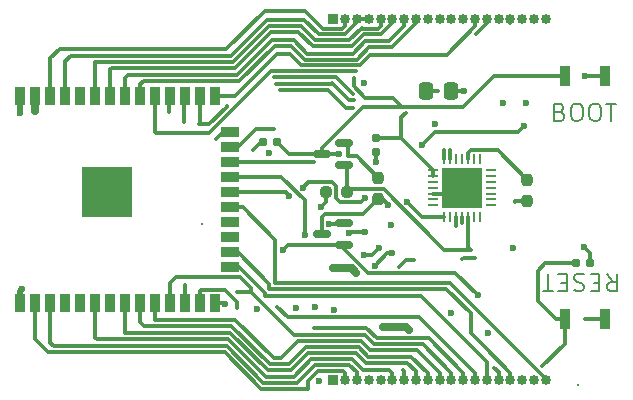
<source format=gbr>
%TF.GenerationSoftware,KiCad,Pcbnew,9.0.3*%
%TF.CreationDate,2025-08-23T20:39:02+05:00*%
%TF.ProjectId,esp-32-new,6573702d-3332-42d6-9e65-772e6b696361,rev?*%
%TF.SameCoordinates,Original*%
%TF.FileFunction,Copper,L4,Bot*%
%TF.FilePolarity,Positive*%
%FSLAX46Y46*%
G04 Gerber Fmt 4.6, Leading zero omitted, Abs format (unit mm)*
G04 Created by KiCad (PCBNEW 9.0.3) date 2025-08-23 20:39:02*
%MOMM*%
%LPD*%
G01*
G04 APERTURE LIST*
G04 Aperture macros list*
%AMRoundRect*
0 Rectangle with rounded corners*
0 $1 Rounding radius*
0 $2 $3 $4 $5 $6 $7 $8 $9 X,Y pos of 4 corners*
0 Add a 4 corners polygon primitive as box body*
4,1,4,$2,$3,$4,$5,$6,$7,$8,$9,$2,$3,0*
0 Add four circle primitives for the rounded corners*
1,1,$1+$1,$2,$3*
1,1,$1+$1,$4,$5*
1,1,$1+$1,$6,$7*
1,1,$1+$1,$8,$9*
0 Add four rect primitives between the rounded corners*
20,1,$1+$1,$2,$3,$4,$5,0*
20,1,$1+$1,$4,$5,$6,$7,0*
20,1,$1+$1,$6,$7,$8,$9,0*
20,1,$1+$1,$8,$9,$2,$3,0*%
G04 Aperture macros list end*
%ADD10C,0.187500*%
%TA.AperFunction,NonConductor*%
%ADD11C,0.187500*%
%TD*%
%TA.AperFunction,ComponentPad*%
%ADD12R,0.850000X0.850000*%
%TD*%
%TA.AperFunction,ComponentPad*%
%ADD13C,0.850000*%
%TD*%
%TA.AperFunction,SMDPad,CuDef*%
%ADD14RoundRect,0.155000X0.155000X-0.212500X0.155000X0.212500X-0.155000X0.212500X-0.155000X-0.212500X0*%
%TD*%
%TA.AperFunction,SMDPad,CuDef*%
%ADD15RoundRect,0.237500X-0.237500X0.250000X-0.237500X-0.250000X0.237500X-0.250000X0.237500X0.250000X0*%
%TD*%
%TA.AperFunction,SMDPad,CuDef*%
%ADD16RoundRect,0.062500X-0.337500X-0.062500X0.337500X-0.062500X0.337500X0.062500X-0.337500X0.062500X0*%
%TD*%
%TA.AperFunction,SMDPad,CuDef*%
%ADD17RoundRect,0.062500X-0.062500X-0.337500X0.062500X-0.337500X0.062500X0.337500X-0.062500X0.337500X0*%
%TD*%
%TA.AperFunction,HeatsinkPad*%
%ADD18R,3.350000X3.350000*%
%TD*%
%TA.AperFunction,SMDPad,CuDef*%
%ADD19R,0.900000X1.500000*%
%TD*%
%TA.AperFunction,SMDPad,CuDef*%
%ADD20R,1.500000X0.900000*%
%TD*%
%TA.AperFunction,SMDPad,CuDef*%
%ADD21R,1.050000X1.050000*%
%TD*%
%TA.AperFunction,HeatsinkPad*%
%ADD22C,0.600000*%
%TD*%
%TA.AperFunction,HeatsinkPad*%
%ADD23R,4.200000X4.200000*%
%TD*%
%TA.AperFunction,SMDPad,CuDef*%
%ADD24RoundRect,0.150000X0.587500X0.150000X-0.587500X0.150000X-0.587500X-0.150000X0.587500X-0.150000X0*%
%TD*%
%TA.AperFunction,SMDPad,CuDef*%
%ADD25R,0.900000X1.700000*%
%TD*%
%TA.AperFunction,SMDPad,CuDef*%
%ADD26RoundRect,0.250000X0.337500X0.475000X-0.337500X0.475000X-0.337500X-0.475000X0.337500X-0.475000X0*%
%TD*%
%TA.AperFunction,SMDPad,CuDef*%
%ADD27RoundRect,0.155000X0.212500X0.155000X-0.212500X0.155000X-0.212500X-0.155000X0.212500X-0.155000X0*%
%TD*%
%TA.AperFunction,SMDPad,CuDef*%
%ADD28RoundRect,0.237500X0.237500X-0.250000X0.237500X0.250000X-0.237500X0.250000X-0.237500X-0.250000X0*%
%TD*%
%TA.AperFunction,SMDPad,CuDef*%
%ADD29RoundRect,0.237500X0.250000X0.237500X-0.250000X0.237500X-0.250000X-0.237500X0.250000X-0.237500X0*%
%TD*%
%TA.AperFunction,ViaPad*%
%ADD30C,0.600000*%
%TD*%
%TA.AperFunction,ViaPad*%
%ADD31C,0.300000*%
%TD*%
%TA.AperFunction,Conductor*%
%ADD32C,0.700000*%
%TD*%
%TA.AperFunction,Conductor*%
%ADD33C,0.300000*%
%TD*%
%TA.AperFunction,Conductor*%
%ADD34C,0.500000*%
%TD*%
G04 APERTURE END LIST*
D10*
D11*
X115600497Y-101890964D02*
X115814783Y-101962392D01*
X115814783Y-101962392D02*
X115886212Y-102033821D01*
X115886212Y-102033821D02*
X115957640Y-102176678D01*
X115957640Y-102176678D02*
X115957640Y-102390964D01*
X115957640Y-102390964D02*
X115886212Y-102533821D01*
X115886212Y-102533821D02*
X115814783Y-102605250D01*
X115814783Y-102605250D02*
X115671926Y-102676678D01*
X115671926Y-102676678D02*
X115100497Y-102676678D01*
X115100497Y-102676678D02*
X115100497Y-101176678D01*
X115100497Y-101176678D02*
X115600497Y-101176678D01*
X115600497Y-101176678D02*
X115743355Y-101248107D01*
X115743355Y-101248107D02*
X115814783Y-101319535D01*
X115814783Y-101319535D02*
X115886212Y-101462392D01*
X115886212Y-101462392D02*
X115886212Y-101605250D01*
X115886212Y-101605250D02*
X115814783Y-101748107D01*
X115814783Y-101748107D02*
X115743355Y-101819535D01*
X115743355Y-101819535D02*
X115600497Y-101890964D01*
X115600497Y-101890964D02*
X115100497Y-101890964D01*
X116886212Y-101176678D02*
X117171926Y-101176678D01*
X117171926Y-101176678D02*
X117314783Y-101248107D01*
X117314783Y-101248107D02*
X117457640Y-101390964D01*
X117457640Y-101390964D02*
X117529069Y-101676678D01*
X117529069Y-101676678D02*
X117529069Y-102176678D01*
X117529069Y-102176678D02*
X117457640Y-102462392D01*
X117457640Y-102462392D02*
X117314783Y-102605250D01*
X117314783Y-102605250D02*
X117171926Y-102676678D01*
X117171926Y-102676678D02*
X116886212Y-102676678D01*
X116886212Y-102676678D02*
X116743355Y-102605250D01*
X116743355Y-102605250D02*
X116600497Y-102462392D01*
X116600497Y-102462392D02*
X116529069Y-102176678D01*
X116529069Y-102176678D02*
X116529069Y-101676678D01*
X116529069Y-101676678D02*
X116600497Y-101390964D01*
X116600497Y-101390964D02*
X116743355Y-101248107D01*
X116743355Y-101248107D02*
X116886212Y-101176678D01*
X118457641Y-101176678D02*
X118743355Y-101176678D01*
X118743355Y-101176678D02*
X118886212Y-101248107D01*
X118886212Y-101248107D02*
X119029069Y-101390964D01*
X119029069Y-101390964D02*
X119100498Y-101676678D01*
X119100498Y-101676678D02*
X119100498Y-102176678D01*
X119100498Y-102176678D02*
X119029069Y-102462392D01*
X119029069Y-102462392D02*
X118886212Y-102605250D01*
X118886212Y-102605250D02*
X118743355Y-102676678D01*
X118743355Y-102676678D02*
X118457641Y-102676678D01*
X118457641Y-102676678D02*
X118314784Y-102605250D01*
X118314784Y-102605250D02*
X118171926Y-102462392D01*
X118171926Y-102462392D02*
X118100498Y-102176678D01*
X118100498Y-102176678D02*
X118100498Y-101676678D01*
X118100498Y-101676678D02*
X118171926Y-101390964D01*
X118171926Y-101390964D02*
X118314784Y-101248107D01*
X118314784Y-101248107D02*
X118457641Y-101176678D01*
X119529070Y-101176678D02*
X120386213Y-101176678D01*
X119957641Y-102676678D02*
X119957641Y-101176678D01*
D10*
D11*
X119592359Y-115573321D02*
X120092359Y-116287607D01*
X120449502Y-115573321D02*
X120449502Y-117073321D01*
X120449502Y-117073321D02*
X119878073Y-117073321D01*
X119878073Y-117073321D02*
X119735216Y-117001892D01*
X119735216Y-117001892D02*
X119663787Y-116930464D01*
X119663787Y-116930464D02*
X119592359Y-116787607D01*
X119592359Y-116787607D02*
X119592359Y-116573321D01*
X119592359Y-116573321D02*
X119663787Y-116430464D01*
X119663787Y-116430464D02*
X119735216Y-116359035D01*
X119735216Y-116359035D02*
X119878073Y-116287607D01*
X119878073Y-116287607D02*
X120449502Y-116287607D01*
X118949502Y-116359035D02*
X118449502Y-116359035D01*
X118235216Y-115573321D02*
X118949502Y-115573321D01*
X118949502Y-115573321D02*
X118949502Y-117073321D01*
X118949502Y-117073321D02*
X118235216Y-117073321D01*
X117663787Y-115644750D02*
X117449502Y-115573321D01*
X117449502Y-115573321D02*
X117092359Y-115573321D01*
X117092359Y-115573321D02*
X116949502Y-115644750D01*
X116949502Y-115644750D02*
X116878073Y-115716178D01*
X116878073Y-115716178D02*
X116806644Y-115859035D01*
X116806644Y-115859035D02*
X116806644Y-116001892D01*
X116806644Y-116001892D02*
X116878073Y-116144750D01*
X116878073Y-116144750D02*
X116949502Y-116216178D01*
X116949502Y-116216178D02*
X117092359Y-116287607D01*
X117092359Y-116287607D02*
X117378073Y-116359035D01*
X117378073Y-116359035D02*
X117520930Y-116430464D01*
X117520930Y-116430464D02*
X117592359Y-116501892D01*
X117592359Y-116501892D02*
X117663787Y-116644750D01*
X117663787Y-116644750D02*
X117663787Y-116787607D01*
X117663787Y-116787607D02*
X117592359Y-116930464D01*
X117592359Y-116930464D02*
X117520930Y-117001892D01*
X117520930Y-117001892D02*
X117378073Y-117073321D01*
X117378073Y-117073321D02*
X117020930Y-117073321D01*
X117020930Y-117073321D02*
X116806644Y-117001892D01*
X116163788Y-116359035D02*
X115663788Y-116359035D01*
X115449502Y-115573321D02*
X116163788Y-115573321D01*
X116163788Y-115573321D02*
X116163788Y-117073321D01*
X116163788Y-117073321D02*
X115449502Y-117073321D01*
X115020930Y-117073321D02*
X114163788Y-117073321D01*
X114592359Y-115573321D02*
X114592359Y-117073321D01*
D12*
%TO.P,J2,1,Pin_1*%
%TO.N,/VDD33*%
X96415000Y-94050000D03*
D13*
%TO.P,J2,2,Pin_2*%
%TO.N,/EN*%
X97415000Y-94050000D03*
%TO.P,J2,3,Pin_3*%
%TO.N,/SENSOR_VP*%
X98415000Y-94050000D03*
%TO.P,J2,4,Pin_4*%
X99415000Y-94050000D03*
%TO.P,J2,5,Pin_5*%
%TO.N,/IO34*%
X100415000Y-94050000D03*
%TO.P,J2,6,Pin_6*%
%TO.N,/IO35*%
X101415000Y-94050000D03*
%TO.P,J2,7,Pin_7*%
%TO.N,/IO32*%
X102415000Y-94050000D03*
%TO.P,J2,8,Pin_8*%
%TO.N,/IO33*%
X103415000Y-94050000D03*
%TO.P,J2,9,Pin_9*%
%TO.N,/IO25*%
X104415000Y-94050000D03*
%TO.P,J2,10,Pin_10*%
%TO.N,/IO26*%
X105415000Y-94050000D03*
%TO.P,J2,11,Pin_11*%
%TO.N,/IO27*%
X106415000Y-94050000D03*
%TO.P,J2,12,Pin_12*%
%TO.N,/IO14*%
X107415000Y-94050000D03*
%TO.P,J2,13,Pin_13*%
%TO.N,/IO12*%
X108415000Y-94050000D03*
%TO.P,J2,14,Pin_14*%
%TO.N,GND*%
X109415000Y-94050000D03*
%TO.P,J2,15,Pin_15*%
%TO.N,/IO13*%
X110415000Y-94050000D03*
%TO.P,J2,16,Pin_16*%
%TO.N,/SHD*%
X111415000Y-94050000D03*
%TO.P,J2,17,Pin_17*%
%TO.N,/SWP*%
X112415000Y-94050000D03*
%TO.P,J2,18,Pin_18*%
%TO.N,/SCS*%
X113415000Y-94050000D03*
%TO.P,J2,19,Pin_19*%
%TO.N,/EXT_5V*%
X114415000Y-94050000D03*
%TD*%
D14*
%TO.P,C5,1*%
%TO.N,GND*%
X100010000Y-105250000D03*
%TO.P,C5,2*%
%TO.N,Net-(U2-VDD)*%
X100010000Y-104115000D03*
%TD*%
D15*
%TO.P,R5,1*%
%TO.N,Net-(U2-SUSPEND)*%
X112840000Y-107617500D03*
%TO.P,R5,2*%
%TO.N,GND*%
X112840000Y-109442500D03*
%TD*%
D16*
%TO.P,U2,1,~{DCD}*%
%TO.N,/DCD*%
X104860000Y-109800000D03*
%TO.P,U2,2,~{RI}/CLK*%
%TO.N,/RI*%
X104860000Y-109300000D03*
%TO.P,U2,3,GND*%
%TO.N,GND*%
X104860000Y-108800000D03*
%TO.P,U2,4,D+*%
%TO.N,/USB-DP*%
X104860000Y-108300000D03*
%TO.P,U2,5,D-*%
%TO.N,/USB-DN*%
X104860000Y-107800000D03*
%TO.P,U2,6,VDD*%
%TO.N,Net-(U2-VDD)*%
X104860000Y-107300000D03*
%TO.P,U2,7,VREGIN*%
X104860000Y-106800000D03*
D17*
%TO.P,U2,8,VBUS*%
%TO.N,Net-(U2-VBUS)*%
X105810000Y-105850000D03*
%TO.P,U2,9,~{RST}*%
%TO.N,Net-(U2-~{RST})*%
X106310000Y-105850000D03*
%TO.P,U2,10,NC*%
%TO.N,unconnected-(U2-NC-Pad10)*%
X106810000Y-105850000D03*
%TO.P,U2,11,~{SUSPEND}*%
%TO.N,unconnected-(U2-~{SUSPEND}-Pad11)*%
X107310000Y-105850000D03*
%TO.P,U2,12,SUSPEND*%
%TO.N,Net-(U2-SUSPEND)*%
X107810000Y-105850000D03*
%TO.P,U2,13,CHREN*%
%TO.N,unconnected-(U2-CHREN-Pad13)*%
X108310000Y-105850000D03*
%TO.P,U2,14,CHR1*%
%TO.N,unconnected-(U2-CHR1-Pad14)*%
X108810000Y-105850000D03*
D16*
%TO.P,U2,15,CHR0*%
%TO.N,unconnected-(U2-CHR0-Pad15)*%
X109760000Y-106800000D03*
%TO.P,U2,16,~{WAKEUP}/GPIO.3*%
%TO.N,unconnected-(U2-~{WAKEUP}{slash}GPIO.3-Pad16)*%
X109760000Y-107300000D03*
%TO.P,U2,17,RS485/GPIO.2*%
%TO.N,unconnected-(U2-RS485{slash}GPIO.2-Pad17)*%
X109760000Y-107800000D03*
%TO.P,U2,18,~{RXT}/GPIO.1*%
%TO.N,unconnected-(U2-~{RXT}{slash}GPIO.1-Pad18)*%
X109760000Y-108300000D03*
%TO.P,U2,19,~{TXT}/GPIO.0*%
%TO.N,unconnected-(U2-~{TXT}{slash}GPIO.0-Pad19)*%
X109760000Y-108800000D03*
%TO.P,U2,20,GPIO.6*%
%TO.N,unconnected-(U2-GPIO.6-Pad20)*%
X109760000Y-109300000D03*
%TO.P,U2,21,GPIO.5*%
%TO.N,unconnected-(U2-GPIO.5-Pad21)*%
X109760000Y-109800000D03*
D17*
%TO.P,U2,22,GPIO.4*%
%TO.N,unconnected-(U2-GPIO.4-Pad22)*%
X108810000Y-110750000D03*
%TO.P,U2,23,~{CTS}*%
%TO.N,/CTS*%
X108310000Y-110750000D03*
%TO.P,U2,24,~{RTS}*%
%TO.N,/RTS*%
X107810000Y-110750000D03*
%TO.P,U2,25,RXD*%
%TO.N,/RXD*%
X107310000Y-110750000D03*
%TO.P,U2,26,TXD*%
%TO.N,/TXD*%
X106810000Y-110750000D03*
%TO.P,U2,27,~{DSR}*%
%TO.N,/DSR*%
X106310000Y-110750000D03*
%TO.P,U2,28,~{DTR}*%
%TO.N,/DTR*%
X105810000Y-110750000D03*
D18*
%TO.P,U2,29,GND*%
%TO.N,GND*%
X107310000Y-108300000D03*
%TD*%
D19*
%TO.P,U1,1,GND*%
%TO.N,GND*%
X69925000Y-100565000D03*
%TO.P,U1,2,VDD*%
%TO.N,Net-(U1-VDD)*%
X71195000Y-100565000D03*
%TO.P,U1,3,EN*%
%TO.N,/EN*%
X72465000Y-100565000D03*
%TO.P,U1,4,SENSOR_VP*%
%TO.N,/SENSOR_VP*%
X73735000Y-100565000D03*
%TO.P,U1,5,SENSOR_VN*%
%TO.N,/SENSOR_VN*%
X75005000Y-100565000D03*
%TO.P,U1,6,IO34*%
%TO.N,/IO34*%
X76275000Y-100565000D03*
%TO.P,U1,7,IO35*%
%TO.N,/IO35*%
X77545000Y-100565000D03*
%TO.P,U1,8,IO32*%
%TO.N,/IO32*%
X78815000Y-100565000D03*
%TO.P,U1,9,IO33*%
%TO.N,/IO33*%
X80085000Y-100565000D03*
%TO.P,U1,10,IO25*%
%TO.N,/IO25*%
X81355000Y-100565000D03*
%TO.P,U1,11,IO26*%
%TO.N,/IO26*%
X82625000Y-100565000D03*
%TO.P,U1,12,IO27*%
%TO.N,/IO27*%
X83895000Y-100565000D03*
%TO.P,U1,13,IO14*%
%TO.N,/IO14*%
X85165000Y-100565000D03*
%TO.P,U1,14,IO12*%
%TO.N,/IO12*%
X86435000Y-100565000D03*
D20*
%TO.P,U1,15,GND*%
%TO.N,GND*%
X87685000Y-103605000D03*
%TO.P,U1,16,IO13*%
%TO.N,/IO13*%
X87685000Y-104875000D03*
%TO.P,U1,17,SHD/SD2*%
%TO.N,/SHD*%
X87685000Y-106145000D03*
%TO.P,U1,18,SWP/SD3*%
%TO.N,/SWP*%
X87685000Y-107415000D03*
%TO.P,U1,19,SCS/CMD*%
%TO.N,/SCS*%
X87685000Y-108685000D03*
%TO.P,U1,20,SCK/CLK*%
%TO.N,/SCK*%
X87685000Y-109955000D03*
%TO.P,U1,21,SDO/SD0*%
%TO.N,/SDO*%
X87685000Y-111225000D03*
%TO.P,U1,22,SDI/SD1*%
%TO.N,/SD1*%
X87685000Y-112495000D03*
%TO.P,U1,23,IO15*%
%TO.N,/IO15*%
X87685000Y-113765000D03*
%TO.P,U1,24,IO2*%
%TO.N,/IO2*%
X87685000Y-115035000D03*
D19*
%TO.P,U1,25,IO0*%
%TO.N,/IO0*%
X86435000Y-118065000D03*
%TO.P,U1,26,IO4*%
%TO.N,/IO4*%
X85165000Y-118065000D03*
%TO.P,U1,27,IO16*%
%TO.N,/IO16*%
X83895000Y-118065000D03*
%TO.P,U1,28,IO17*%
%TO.N,/IO17*%
X82625000Y-118065000D03*
%TO.P,U1,29,IO5*%
%TO.N,/IO5*%
X81355000Y-118065000D03*
%TO.P,U1,30,IO18*%
%TO.N,/IO18*%
X80085000Y-118065000D03*
%TO.P,U1,31,IO19*%
%TO.N,/IO19*%
X78815000Y-118065000D03*
%TO.P,U1,32,NC*%
%TO.N,unconnected-(U1-NC-Pad32)*%
X77545000Y-118065000D03*
%TO.P,U1,33,IO21*%
%TO.N,/IO21*%
X76275000Y-118065000D03*
%TO.P,U1,34,IO3*%
%TO.N,/IO3*%
X75005000Y-118065000D03*
%TO.P,U1,35,IO1*%
%TO.N,/IO1*%
X73735000Y-118065000D03*
%TO.P,U1,36,IO22*%
%TO.N,/IO22*%
X72465000Y-118065000D03*
%TO.P,U1,37,IO23*%
%TO.N,/IO23*%
X71195000Y-118065000D03*
%TO.P,U1,38,GND*%
%TO.N,GND*%
X69925000Y-118065000D03*
D21*
%TO.P,U1,39,GND*%
X78790000Y-107110000D03*
D22*
X78027500Y-107110000D03*
D21*
X77265000Y-107110000D03*
D22*
X76502500Y-107110000D03*
D21*
X75740000Y-107110000D03*
D22*
X78790000Y-107872500D03*
X77265000Y-107872500D03*
X75740000Y-107872500D03*
D21*
X78790000Y-108635000D03*
D22*
X78027500Y-108635000D03*
D21*
X77265000Y-108635000D03*
D23*
X77265000Y-108635000D03*
D22*
X76502500Y-108635000D03*
D21*
X75740000Y-108635000D03*
D22*
X78790000Y-109397500D03*
X77265000Y-109397500D03*
X75740000Y-109397500D03*
D21*
X78790000Y-110160000D03*
D22*
X78027500Y-110160000D03*
D21*
X77265000Y-110160000D03*
D22*
X76502500Y-110160000D03*
D21*
X75740000Y-110160000D03*
%TD*%
D24*
%TO.P,Q1,1,B*%
%TO.N,Net-(Q1-B)*%
X97297500Y-104520000D03*
%TO.P,Q1,2,E*%
%TO.N,/RTS*%
X97297500Y-106420000D03*
%TO.P,Q1,3,C*%
%TO.N,/EN*%
X95422500Y-105470000D03*
%TD*%
%TO.P,Q2,1,B*%
%TO.N,Net-(Q2-B)*%
X97297500Y-111280000D03*
%TO.P,Q2,2,E*%
%TO.N,/IO0*%
X97297500Y-113180000D03*
%TO.P,Q2,3,C*%
%TO.N,/DTR*%
X95422500Y-112230000D03*
%TD*%
D25*
%TO.P,SW1,1,1*%
%TO.N,GND*%
X119400000Y-119400000D03*
%TO.P,SW1,2,2*%
%TO.N,/IO0*%
X116000000Y-119400000D03*
%TD*%
D26*
%TO.P,C4,1*%
%TO.N,GND*%
X106367500Y-100130000D03*
%TO.P,C4,2*%
%TO.N,Net-(U2-VDD)*%
X104292500Y-100130000D03*
%TD*%
D27*
%TO.P,C8,1*%
%TO.N,GND*%
X118135000Y-114680000D03*
%TO.P,C8,2*%
%TO.N,/IO0*%
X117000000Y-114680000D03*
%TD*%
D28*
%TO.P,R6,1*%
%TO.N,/DTR*%
X100200000Y-109282500D03*
%TO.P,R6,2*%
%TO.N,Net-(Q1-B)*%
X100200000Y-107457500D03*
%TD*%
D29*
%TO.P,R7,1*%
%TO.N,/RTS*%
X97592500Y-108650000D03*
%TO.P,R7,2*%
%TO.N,Net-(Q2-B)*%
X95767500Y-108650000D03*
%TD*%
D12*
%TO.P,J3,1,Pin_1*%
%TO.N,GND*%
X96415000Y-124590000D03*
D13*
%TO.P,J3,2,Pin_2*%
%TO.N,/IO23*%
X97415000Y-124590000D03*
%TO.P,J3,3,Pin_3*%
%TO.N,/IO22*%
X98415000Y-124590000D03*
%TO.P,J3,4,Pin_4*%
%TO.N,/TXD0*%
X99415000Y-124590000D03*
%TO.P,J3,5,Pin_5*%
%TO.N,/RXD0*%
X100415000Y-124590000D03*
%TO.P,J3,6,Pin_6*%
%TO.N,/IO21*%
X101415000Y-124590000D03*
%TO.P,J3,7,Pin_7*%
%TO.N,GND*%
X102415000Y-124590000D03*
%TO.P,J3,8,Pin_8*%
%TO.N,/IO19*%
X103415000Y-124590000D03*
%TO.P,J3,9,Pin_9*%
%TO.N,/IO18*%
X104415000Y-124590000D03*
%TO.P,J3,10,Pin_10*%
%TO.N,/IO5*%
X105415000Y-124590000D03*
%TO.P,J3,11,Pin_11*%
%TO.N,/IO17*%
X106415000Y-124590000D03*
%TO.P,J3,12,Pin_12*%
%TO.N,/IO16*%
X107415000Y-124590000D03*
%TO.P,J3,13,Pin_13*%
%TO.N,/IO4*%
X108415000Y-124590000D03*
%TO.P,J3,14,Pin_14*%
%TO.N,/IO2*%
X109415000Y-124590000D03*
%TO.P,J3,15,Pin_15*%
%TO.N,/IO0*%
X110415000Y-124590000D03*
%TO.P,J3,16,Pin_16*%
%TO.N,/IO15*%
X111415000Y-124590000D03*
%TO.P,J3,17,Pin_17*%
%TO.N,/SDI*%
X112415000Y-124590000D03*
%TO.P,J3,18,Pin_18*%
%TO.N,/SD0*%
X113415000Y-124590000D03*
%TO.P,J3,19,Pin_19*%
%TO.N,/SCK*%
X114415000Y-124590000D03*
%TD*%
D27*
%TO.P,C3,1*%
%TO.N,/EN*%
X91620000Y-104420000D03*
%TO.P,C3,2*%
%TO.N,GND*%
X90485000Y-104420000D03*
%TD*%
D25*
%TO.P,SW2,1,1*%
%TO.N,GND*%
X119450000Y-98810000D03*
%TO.P,SW2,2,2*%
%TO.N,/EN*%
X116050000Y-98810000D03*
%TD*%
D30*
%TO.N,Net-(U1-VDD)*%
X98990380Y-113969620D03*
X100274620Y-113415380D03*
X71200000Y-101810000D03*
%TO.N,GND*%
X110800000Y-101130000D03*
X107480000Y-100120000D03*
D31*
X117720000Y-119390000D03*
D30*
X117630000Y-113300000D03*
X107350000Y-108250000D03*
X112750000Y-101120000D03*
X96470000Y-118630000D03*
X106410000Y-118870000D03*
D31*
X108511574Y-95261574D03*
D30*
X99040000Y-99430000D03*
X95230000Y-124630000D03*
X101300000Y-111460000D03*
D31*
X117110000Y-125040000D03*
D30*
X100020000Y-106120000D03*
X117760000Y-98830000D03*
X69860000Y-101980000D03*
X111650000Y-113440000D03*
D31*
X89660000Y-105080000D03*
X86500000Y-104190000D03*
D30*
X89990000Y-118610000D03*
X70040000Y-116900000D03*
D31*
X102330000Y-123760000D03*
D30*
X93300000Y-118470000D03*
D31*
X85270000Y-111380000D03*
X111790000Y-109480000D03*
%TO.N,/EN*%
X98140000Y-98990000D03*
D30*
X96880000Y-105470000D03*
D31*
%TO.N,Net-(U2-VDD)*%
X105280000Y-100080000D03*
X102543554Y-101943554D03*
D30*
%TO.N,/EXT_5V*%
X105060000Y-102910000D03*
X90970000Y-105360000D03*
X109550000Y-120590000D03*
X94850000Y-118390000D03*
%TO.N,/VDD33*%
X100630000Y-120130000D03*
X102850000Y-120368480D03*
X96430000Y-115140000D03*
X98353069Y-115526932D03*
%TO.N,/SCS*%
X92705380Y-109014620D03*
X103910000Y-104650000D03*
X112550000Y-103050000D03*
X99060000Y-109150000D03*
X93830000Y-108300000D03*
D31*
%TO.N,/IO14*%
X91865390Y-100024554D03*
X98100000Y-101530000D03*
X87380000Y-101360000D03*
%TO.N,/SHD*%
X94810000Y-106140000D03*
%TO.N,/IO25*%
X98309106Y-98452000D03*
%TO.N,/IO13*%
X91400000Y-103300000D03*
D30*
%TO.N,/SWP*%
X93990000Y-112270000D03*
X99060000Y-112090000D03*
X97720000Y-112160000D03*
D31*
%TO.N,/IO27*%
X98130000Y-100910000D03*
X83790000Y-102710000D03*
X91544554Y-99524554D03*
%TO.N,/IO26*%
X98086446Y-100373554D03*
X82470000Y-101860000D03*
X91410000Y-98952000D03*
D30*
%TO.N,/IO0*%
X108670000Y-117420000D03*
X87220000Y-118140000D03*
X92180000Y-113610000D03*
D31*
X110040000Y-123540000D03*
X114080000Y-123430000D03*
X103961000Y-115500000D03*
%TO.N,/IO16*%
X94800000Y-120170000D03*
X83900000Y-116580000D03*
%TO.N,/IO4*%
X91640000Y-118380000D03*
X88240000Y-118520000D03*
D30*
%TO.N,Net-(Q2-B)*%
X96072500Y-111350000D03*
X95340000Y-109910000D03*
%TO.N,/DTR*%
X102666543Y-109503457D03*
X101087303Y-109762697D03*
D31*
%TO.N,Net-(U2-~{RST})*%
X106310000Y-105121523D03*
X107332000Y-114380000D03*
X108400000Y-114230000D03*
%TO.N,Net-(U2-VBUS)*%
X105810000Y-105080000D03*
D30*
%TO.N,/TXD*%
X99930380Y-114909620D03*
X101370000Y-113840000D03*
D31*
X106830000Y-111510000D03*
%TO.N,/RXD*%
X103220000Y-114440000D03*
X107310000Y-111281479D03*
X101990000Y-114990000D03*
%TD*%
D32*
%TO.N,Net-(U1-VDD)*%
X71195000Y-101805000D02*
X71200000Y-101810000D01*
D33*
X99720380Y-113969620D02*
X100274620Y-113415380D01*
D32*
X71195000Y-100565000D02*
X71195000Y-101805000D01*
D33*
X98990380Y-113969620D02*
X99720380Y-113969620D01*
%TO.N,GND*%
X102415000Y-123845000D02*
X102330000Y-123760000D01*
X100010000Y-106110000D02*
X100020000Y-106120000D01*
X87685000Y-103605000D02*
X87085000Y-103605000D01*
X107470000Y-100130000D02*
X107480000Y-100120000D01*
D32*
X107310000Y-108300000D02*
X107310000Y-108290000D01*
D33*
X119450000Y-98810000D02*
X117780000Y-98810000D01*
D32*
X107310000Y-108290000D02*
X107350000Y-108250000D01*
D33*
X100010000Y-105250000D02*
X100010000Y-106110000D01*
X109415000Y-94050000D02*
X109415000Y-94358148D01*
D34*
X69925000Y-117015000D02*
X70040000Y-116900000D01*
D33*
X102415000Y-124590000D02*
X102415000Y-123845000D01*
X106367500Y-100130000D02*
X107470000Y-100130000D01*
X119400000Y-119400000D02*
X117730000Y-119400000D01*
X104860000Y-108800000D02*
X106810000Y-108800000D01*
D34*
X69925000Y-100565000D02*
X69925000Y-101915000D01*
X69925000Y-101915000D02*
X69860000Y-101980000D01*
D33*
X111827500Y-109442500D02*
X111790000Y-109480000D01*
X90320000Y-104420000D02*
X89660000Y-105080000D01*
X117780000Y-98810000D02*
X117760000Y-98830000D01*
X112840000Y-109442500D02*
X111827500Y-109442500D01*
X109415000Y-94358148D02*
X108511574Y-95261574D01*
X118135000Y-113805000D02*
X117630000Y-113300000D01*
X117730000Y-119400000D02*
X117720000Y-119390000D01*
X87085000Y-103605000D02*
X86500000Y-104190000D01*
D34*
X69925000Y-118065000D02*
X69925000Y-117015000D01*
D33*
X118135000Y-114680000D02*
X118135000Y-113805000D01*
X90485000Y-104420000D02*
X90320000Y-104420000D01*
X106810000Y-108800000D02*
X107310000Y-108300000D01*
%TO.N,/EN*%
X95536000Y-94826000D02*
X94032311Y-93322311D01*
X92670000Y-105470000D02*
X91620000Y-104420000D01*
X102195000Y-101440000D02*
X98927322Y-101440000D01*
X97415000Y-94602000D02*
X97191000Y-94826000D01*
X107360000Y-101440000D02*
X109990000Y-98810000D01*
X109990000Y-98810000D02*
X116050000Y-98810000D01*
X101455000Y-100700000D02*
X102195000Y-101440000D01*
X95422500Y-105470000D02*
X96880000Y-105470000D01*
X95422500Y-105470000D02*
X92670000Y-105470000D01*
X90599993Y-93321198D02*
X87371191Y-96550000D01*
X73270000Y-96550000D02*
X72465000Y-97355000D01*
X94032311Y-93322311D02*
X90599993Y-93321198D01*
X98140000Y-98990000D02*
X98140000Y-99720000D01*
X97191000Y-94826000D02*
X95536000Y-94826000D01*
X97415000Y-94050000D02*
X97415000Y-94602000D01*
X98927322Y-101440000D02*
X95422500Y-104944822D01*
X95422500Y-104944822D02*
X95422500Y-105470000D01*
X87371191Y-96550000D02*
X73270000Y-96550000D01*
X98140000Y-99720000D02*
X99120000Y-100700000D01*
X99120000Y-100700000D02*
X101455000Y-100700000D01*
X72465000Y-97355000D02*
X72465000Y-100565000D01*
X102195000Y-101440000D02*
X107360000Y-101440000D01*
%TO.N,Net-(U2-VDD)*%
X104342500Y-100080000D02*
X104292500Y-100130000D01*
X102175000Y-104115000D02*
X104860000Y-106800000D01*
X100010000Y-104115000D02*
X102175000Y-104115000D01*
X102175000Y-104115000D02*
X102175000Y-102312108D01*
X104860000Y-106800000D02*
X104860000Y-107300000D01*
X102175000Y-102312108D02*
X102543554Y-101943554D01*
X105280000Y-100080000D02*
X104342500Y-100080000D01*
D32*
%TO.N,/VDD33*%
X100630000Y-120130000D02*
X102611520Y-120130000D01*
X97966137Y-115140000D02*
X96430000Y-115140000D01*
X102611520Y-120130000D02*
X102850000Y-120368480D01*
X98353069Y-115526932D02*
X97966137Y-115140000D01*
D33*
%TO.N,/SCS*%
X112039000Y-103561000D02*
X104999000Y-103561000D01*
X98734000Y-109476000D02*
X96944154Y-109476000D01*
X94306000Y-107824000D02*
X93830000Y-108300000D01*
X92705380Y-109014620D02*
X92375760Y-108685000D01*
X112550000Y-103050000D02*
X112039000Y-103561000D01*
X96267846Y-107824000D02*
X94306000Y-107824000D01*
X96606000Y-109137846D02*
X96606000Y-108162154D01*
X96606000Y-108162154D02*
X96267846Y-107824000D01*
X92375760Y-108685000D02*
X87685000Y-108685000D01*
X99060000Y-109150000D02*
X98734000Y-109476000D01*
X96944154Y-109476000D02*
X96606000Y-109137846D01*
X104999000Y-103561000D02*
X103910000Y-104650000D01*
%TO.N,/IO33*%
X80085000Y-99515000D02*
X80359000Y-99241000D01*
X91440000Y-96271000D02*
X92842480Y-96271000D01*
X80359000Y-99241000D02*
X88470000Y-99241000D01*
X92842480Y-96271000D02*
X94022479Y-97451000D01*
X101375801Y-96398760D02*
X103415000Y-94359561D01*
X98399000Y-97451000D02*
X99451240Y-96398760D01*
X103415000Y-94359561D02*
X103415000Y-94050000D01*
X94022479Y-97451000D02*
X98399000Y-97451000D01*
X99451240Y-96398760D02*
X101375801Y-96398760D01*
X88470000Y-99241000D02*
X91440000Y-96271000D01*
X80085000Y-100565000D02*
X80085000Y-99515000D01*
%TO.N,/SENSOR_VP*%
X93930000Y-94080000D02*
X90780000Y-94080000D01*
X73735000Y-97585000D02*
X73735000Y-100565000D01*
X98415000Y-94310520D02*
X97398520Y-95327000D01*
X97398520Y-95327000D02*
X95177000Y-95327000D01*
X90780000Y-94080000D02*
X87750000Y-97110000D01*
X98415000Y-94050000D02*
X98415000Y-94310520D01*
X87750000Y-97110000D02*
X74210000Y-97110000D01*
X99415000Y-94050000D02*
X98415000Y-94050000D01*
X74210000Y-97110000D02*
X73735000Y-97585000D01*
X95177000Y-95327000D02*
X93930000Y-94080000D01*
%TO.N,/IO14*%
X85165000Y-102855000D02*
X85165000Y-100565000D01*
X95989000Y-100024554D02*
X91865390Y-100024554D01*
X85080000Y-102940000D02*
X85165000Y-102855000D01*
X97494446Y-101530000D02*
X95990000Y-100025554D01*
X87380000Y-101360000D02*
X87380000Y-101471480D01*
X87380000Y-101471480D02*
X85911480Y-102940000D01*
X98100000Y-101530000D02*
X97494446Y-101530000D01*
X85911480Y-102940000D02*
X85080000Y-102940000D01*
X95990000Y-100025554D02*
X95989000Y-100024554D01*
%TO.N,/SHD*%
X111415000Y-94050000D02*
X111415000Y-94358147D01*
X94020000Y-106140000D02*
X94015000Y-106145000D01*
X94015000Y-106145000D02*
X87685000Y-106145000D01*
X94810000Y-106140000D02*
X94020000Y-106140000D01*
%TO.N,/IO12*%
X108415000Y-94651040D02*
X108415000Y-94050000D01*
X98650000Y-97908520D02*
X99519260Y-97039260D01*
X98650000Y-97910000D02*
X98650000Y-97908520D01*
X92720000Y-97010000D02*
X93662000Y-97952000D01*
X106026780Y-97039260D02*
X108415000Y-94651040D01*
X88105000Y-100565000D02*
X91660000Y-97010000D01*
X99519260Y-97039260D02*
X106026780Y-97039260D01*
X98608000Y-97952000D02*
X98650000Y-97910000D01*
X91660000Y-97010000D02*
X92720000Y-97010000D01*
X86435000Y-100565000D02*
X88105000Y-100565000D01*
X93662000Y-97952000D02*
X98608000Y-97952000D01*
%TO.N,/IO25*%
X91108000Y-98452000D02*
X85930000Y-103630000D01*
X98309106Y-98452000D02*
X91108000Y-98452000D01*
X81355000Y-103565000D02*
X81355000Y-100565000D01*
X81420000Y-103630000D02*
X81355000Y-103565000D01*
X85930000Y-103630000D02*
X81420000Y-103630000D01*
%TO.N,/IO34*%
X76230000Y-97640000D02*
X76275000Y-97685000D01*
X100240040Y-94826000D02*
X98886000Y-94826000D01*
X87928520Y-97640000D02*
X76230000Y-97640000D01*
X98886000Y-94826000D02*
X98811215Y-94751215D01*
X98811215Y-94751215D02*
X97734430Y-95828000D01*
X76275000Y-97685000D02*
X76275000Y-100565000D01*
X93670000Y-94620000D02*
X90948520Y-94620000D01*
X100415000Y-94651040D02*
X100240040Y-94826000D01*
X97734430Y-95828000D02*
X94878000Y-95828000D01*
X100415000Y-94050000D02*
X100415000Y-94651040D01*
X90948520Y-94620000D02*
X87928520Y-97640000D01*
X94878000Y-95828000D02*
X93670000Y-94620000D01*
%TO.N,/IO35*%
X101415000Y-94050000D02*
X101415000Y-94359561D01*
X93462480Y-95121000D02*
X91156041Y-95121000D01*
X100447560Y-95327000D02*
X98980000Y-95327000D01*
X101415000Y-94359561D02*
X100447560Y-95327000D01*
X94670480Y-96329000D02*
X93462480Y-95121000D01*
X77545000Y-98246000D02*
X77545000Y-100565000D01*
X98980000Y-95327000D02*
X97978000Y-96329000D01*
X88136040Y-98141000D02*
X77650000Y-98141000D01*
X77650000Y-98141000D02*
X77545000Y-98246000D01*
X97978000Y-96329000D02*
X94670480Y-96329000D01*
X91156041Y-95121000D02*
X88136040Y-98141000D01*
%TO.N,/IO13*%
X89892000Y-103300000D02*
X88317000Y-104875000D01*
X88317000Y-104875000D02*
X87685000Y-104875000D01*
X91400000Y-103300000D02*
X89892000Y-103300000D01*
%TO.N,/SWP*%
X99060000Y-112090000D02*
X97790000Y-112090000D01*
X97790000Y-112090000D02*
X97720000Y-112160000D01*
X93990000Y-109380000D02*
X92025000Y-107415000D01*
X93990000Y-112270000D02*
X93990000Y-109380000D01*
X92025000Y-107415000D02*
X87685000Y-107415000D01*
%TO.N,/IO27*%
X83790000Y-102710000D02*
X83790000Y-100670000D01*
X96239446Y-99524554D02*
X91544554Y-99524554D01*
X96310000Y-99454000D02*
X96239446Y-99524554D01*
X83790000Y-100670000D02*
X83895000Y-100565000D01*
X97766000Y-100910000D02*
X96310000Y-99454000D01*
X98130000Y-100910000D02*
X97766000Y-100910000D01*
%TO.N,/IO26*%
X98086446Y-100373554D02*
X98083554Y-100373554D01*
X98083554Y-100373554D02*
X96663000Y-98953000D01*
X91411000Y-98953000D02*
X91410000Y-98952000D01*
X82470000Y-100720000D02*
X82625000Y-100565000D01*
X82470000Y-101860000D02*
X82470000Y-100720000D01*
X91640000Y-98953000D02*
X91411000Y-98953000D01*
X96663000Y-98953000D02*
X91640000Y-98953000D01*
%TO.N,/IO32*%
X93050000Y-95770000D02*
X91215563Y-95770000D01*
X94230000Y-96950000D02*
X93050000Y-95770000D01*
X102415000Y-94050000D02*
X102415000Y-94651040D01*
X88245562Y-98740000D02*
X79060000Y-98740000D01*
X78815000Y-98985000D02*
X78815000Y-100565000D01*
X102415000Y-94651040D02*
X101168280Y-95897760D01*
X101168280Y-95897760D02*
X99117760Y-95897760D01*
X98065520Y-96950000D02*
X94230000Y-96950000D01*
X79060000Y-98740000D02*
X78815000Y-98985000D01*
X91215563Y-95770000D02*
X88245562Y-98740000D01*
X99117760Y-95897760D02*
X98065520Y-96950000D01*
%TO.N,/IO22*%
X72465000Y-121455000D02*
X72465000Y-118065000D01*
X93339967Y-124816913D02*
X90496478Y-124816913D01*
X87409566Y-121730000D02*
X72740000Y-121730000D01*
X97782065Y-123313000D02*
X94843880Y-123313000D01*
X98415000Y-123945935D02*
X97782065Y-123313000D01*
X98415000Y-124590000D02*
X98415000Y-123945935D01*
X90496478Y-124816913D02*
X87409566Y-121730000D01*
X94843880Y-123313000D02*
X93339967Y-124816913D01*
X72740000Y-121730000D02*
X72465000Y-121455000D01*
%TO.N,/IO2*%
X103860000Y-117510000D02*
X90640000Y-117510000D01*
X109415000Y-123065000D02*
X103860000Y-117510000D01*
X90640000Y-117251480D02*
X88423520Y-115035000D01*
X90640000Y-117510000D02*
X90640000Y-117251480D01*
X109415000Y-124590000D02*
X109415000Y-123065000D01*
X88423520Y-115035000D02*
X87685000Y-115035000D01*
%TO.N,/IO5*%
X93460000Y-121310000D02*
X92022000Y-122748000D01*
X103497520Y-122071480D02*
X99548520Y-122071480D01*
X92022000Y-122748000D02*
X91380000Y-122748000D01*
X81355000Y-119255000D02*
X81355000Y-118065000D01*
X81290000Y-119320000D02*
X81355000Y-119255000D01*
X105415000Y-124590000D02*
X105415000Y-123988960D01*
X81290000Y-119489000D02*
X81290000Y-119320000D01*
X91380000Y-122748000D02*
X88121000Y-119489000D01*
X105415000Y-123988960D02*
X103497520Y-122071480D01*
X99548520Y-122071480D02*
X98786041Y-121309000D01*
X88121000Y-119489000D02*
X81290000Y-119489000D01*
X93911000Y-121309000D02*
X93910000Y-121310000D01*
X98786041Y-121309000D02*
X93911000Y-121309000D01*
X93910000Y-121310000D02*
X93460000Y-121310000D01*
%TO.N,/IO21*%
X76275000Y-118065000D02*
X76275000Y-121035000D01*
X76275000Y-121035000D02*
X76370000Y-121130000D01*
X76380000Y-121120000D02*
X87508087Y-121120000D01*
X98950000Y-123720000D02*
X101150000Y-123720000D01*
X87508087Y-121120000D02*
X90703998Y-124315913D01*
X98042000Y-122812000D02*
X98950000Y-123720000D01*
X90703998Y-124315913D02*
X93050000Y-124315913D01*
X101150000Y-123720000D02*
X101415000Y-123985000D01*
X94553913Y-122812000D02*
X98042000Y-122812000D01*
X101415000Y-123985000D02*
X101415000Y-124590000D01*
X93050000Y-124315913D02*
X94553913Y-122812000D01*
X76370000Y-121130000D02*
X76380000Y-121120000D01*
%TO.N,/IO15*%
X108050000Y-118960000D02*
X108035000Y-118945000D01*
X90978520Y-116426520D02*
X88317000Y-113765000D01*
X90978520Y-116881480D02*
X90978520Y-116426520D01*
X88317000Y-113765000D02*
X87685000Y-113765000D01*
X105971480Y-116881480D02*
X90978520Y-116881480D01*
X108050000Y-120620000D02*
X108050000Y-118960000D01*
X108035000Y-118945000D02*
X105971480Y-116881480D01*
X111415000Y-124590000D02*
X111415000Y-123988960D01*
X109243347Y-121813347D02*
X108050000Y-120620000D01*
X111415000Y-123988960D02*
X109243347Y-121817307D01*
X109243347Y-121817307D02*
X109243347Y-121813347D01*
%TO.N,/IO0*%
X86435000Y-118065000D02*
X87145000Y-118065000D01*
X106750000Y-115500000D02*
X103961000Y-115500000D01*
X114080000Y-123430000D02*
X116000000Y-121510000D01*
X99378121Y-115560620D02*
X97297500Y-113479999D01*
X103961000Y-115500000D02*
X103900380Y-115560620D01*
X115250000Y-119400000D02*
X113714038Y-117864038D01*
X110415000Y-124590000D02*
X110415000Y-123915000D01*
X87145000Y-118065000D02*
X87220000Y-118140000D01*
X110415000Y-123915000D02*
X110040000Y-123540000D01*
X114361480Y-114680000D02*
X117000000Y-114680000D01*
X97297500Y-113479999D02*
X97297500Y-113180000D01*
X116000000Y-119400000D02*
X115250000Y-119400000D01*
X103900380Y-115560620D02*
X99378121Y-115560620D01*
X116000000Y-121510000D02*
X116000000Y-119400000D01*
X113714038Y-115327442D02*
X114361480Y-114680000D01*
X92610000Y-113180000D02*
X97297500Y-113180000D01*
X108670000Y-117420000D02*
X106750000Y-115500000D01*
X113714038Y-117864038D02*
X113714038Y-115327442D01*
X92180000Y-113610000D02*
X92610000Y-113180000D01*
%TO.N,/IO23*%
X95125346Y-123814000D02*
X94259989Y-124679357D01*
X97214000Y-123814000D02*
X95125346Y-123814000D01*
X71195000Y-121121148D02*
X71195000Y-118065000D01*
X97415000Y-124015000D02*
X97214000Y-123814000D01*
X97415000Y-124590000D02*
X97415000Y-124015000D01*
X90289948Y-125318903D02*
X87220045Y-122249000D01*
X87220045Y-122249000D02*
X72235195Y-122249000D01*
X94259989Y-125317615D02*
X90289948Y-125318903D01*
X94259989Y-124679357D02*
X94259989Y-125317615D01*
X72235195Y-122249000D02*
X71195000Y-121121148D01*
%TO.N,/IO16*%
X99188040Y-120170000D02*
X94800000Y-120170000D01*
X100087520Y-121069480D02*
X99188040Y-120170000D01*
X107415000Y-123988960D02*
X104495520Y-121069480D01*
X83900000Y-116580000D02*
X83900000Y-118060000D01*
X104495520Y-121069480D02*
X103789000Y-121069480D01*
X83900000Y-118060000D02*
X83895000Y-118065000D01*
X107415000Y-124590000D02*
X107415000Y-123988960D01*
X103789000Y-121069480D02*
X100087520Y-121069480D01*
%TO.N,/IO17*%
X89450654Y-117150000D02*
X88290000Y-117150000D01*
X99118520Y-120809000D02*
X93109654Y-120809000D01*
X106415000Y-123988960D02*
X103996520Y-121570480D01*
X83130000Y-115870000D02*
X82625000Y-116375000D01*
X88550000Y-115870000D02*
X83130000Y-115870000D01*
X89450654Y-117150000D02*
X89450654Y-116770654D01*
X82625000Y-116375000D02*
X82625000Y-118065000D01*
X99880000Y-121570480D02*
X99118520Y-120809000D01*
X89450654Y-116770654D02*
X88550000Y-115870000D01*
X93109654Y-120809000D02*
X89450654Y-117150000D01*
X106415000Y-124590000D02*
X106415000Y-123988960D01*
X103996520Y-121570480D02*
X99880000Y-121570480D01*
%TO.N,/IO18*%
X104415000Y-123988960D02*
X103035040Y-122609000D01*
X91054127Y-123249000D02*
X87795127Y-119990000D01*
X92632480Y-123249000D02*
X91054127Y-123249000D01*
X94071480Y-121810000D02*
X92632480Y-123249000D01*
X99377520Y-122609000D02*
X98578520Y-121810000D01*
X98578520Y-121810000D02*
X94071480Y-121810000D01*
X80390000Y-119990000D02*
X80390000Y-119970000D01*
X80085000Y-119665000D02*
X80085000Y-118065000D01*
X104415000Y-124590000D02*
X104415000Y-123988960D01*
X80390000Y-119970000D02*
X80085000Y-119665000D01*
X103035040Y-122609000D02*
X99377520Y-122609000D01*
X87795127Y-119990000D02*
X80390000Y-119990000D01*
%TO.N,/IO4*%
X92541000Y-119281000D02*
X91640000Y-118380000D01*
X85165000Y-117015000D02*
X85165000Y-118065000D01*
X88240000Y-118520000D02*
X88240000Y-117968000D01*
X85216000Y-116964000D02*
X85165000Y-117015000D01*
X103707040Y-119281000D02*
X92541000Y-119281000D01*
X88240000Y-117968000D02*
X87236000Y-116964000D01*
X87236000Y-116964000D02*
X85216000Y-116964000D01*
X108415000Y-123988960D02*
X103707040Y-119281000D01*
X108415000Y-124590000D02*
X108415000Y-123988960D01*
%TO.N,/SCK*%
X88735000Y-109955000D02*
X87685000Y-109955000D01*
X91479520Y-116380480D02*
X91479520Y-112699520D01*
X114415000Y-124492570D02*
X106302910Y-116380480D01*
X106302910Y-116380480D02*
X91479520Y-116380480D01*
X114415000Y-124590000D02*
X114415000Y-124492570D01*
X91479520Y-112699520D02*
X88735000Y-109955000D01*
%TO.N,/IO19*%
X92820000Y-123750000D02*
X90846607Y-123750000D01*
X102680654Y-123110000D02*
X99170000Y-123110000D01*
X92830000Y-123760000D02*
X92820000Y-123750000D01*
X99170000Y-123110000D02*
X98371000Y-122311000D01*
X87666608Y-120570000D02*
X78820000Y-120570000D01*
X94279000Y-122311000D02*
X92830000Y-123760000D01*
X78815000Y-120345000D02*
X78815000Y-118065000D01*
X90846607Y-123750000D02*
X87666608Y-120570000D01*
X78820000Y-120350000D02*
X78815000Y-120345000D01*
X103415000Y-124590000D02*
X103415000Y-123844346D01*
X98371000Y-122311000D02*
X94279000Y-122311000D01*
X103415000Y-123844346D02*
X102680654Y-123110000D01*
X78820000Y-120570000D02*
X78820000Y-120350000D01*
%TO.N,Net-(Q1-B)*%
X97670000Y-105660000D02*
X97670000Y-104892500D01*
X100200000Y-107457500D02*
X98402500Y-105660000D01*
X97670000Y-104892500D02*
X97297500Y-104520000D01*
X98402500Y-105660000D02*
X97670000Y-105660000D01*
%TO.N,/RTS*%
X108060000Y-113560000D02*
X107810000Y-113310000D01*
X97592500Y-108650000D02*
X97798500Y-108444000D01*
X97592500Y-108650000D02*
X97592500Y-106715000D01*
X105320000Y-113076154D02*
X105320000Y-113090000D01*
X107810000Y-113310000D02*
X107810000Y-110750000D01*
X97592500Y-106715000D02*
X97297500Y-106420000D01*
X105320000Y-113090000D02*
X105790000Y-113560000D01*
X100687846Y-108444000D02*
X105320000Y-113076154D01*
X97798500Y-108444000D02*
X100687846Y-108444000D01*
X105790000Y-113560000D02*
X108060000Y-113560000D01*
%TO.N,Net-(Q2-B)*%
X97227500Y-111350000D02*
X97297500Y-111280000D01*
X96072500Y-111350000D02*
X97227500Y-111350000D01*
X95767500Y-108650000D02*
X95767500Y-109482500D01*
X95767500Y-109482500D02*
X95340000Y-109910000D01*
%TO.N,/DTR*%
X95710000Y-110520000D02*
X98962500Y-110520000D01*
X103913086Y-110750000D02*
X105810000Y-110750000D01*
X95422500Y-110807500D02*
X95710000Y-110520000D01*
X100200000Y-109282500D02*
X100607106Y-109282500D01*
X102666543Y-109503457D02*
X103913086Y-110750000D01*
X98962500Y-110520000D02*
X100200000Y-109282500D01*
X100607106Y-109282500D02*
X101087303Y-109762697D01*
X95422500Y-112230000D02*
X95422500Y-110807500D01*
%TO.N,Net-(U2-~{RST})*%
X108400000Y-114230000D02*
X107482000Y-114230000D01*
X107482000Y-114230000D02*
X107332000Y-114380000D01*
X106310000Y-105850000D02*
X106310000Y-105121523D01*
%TO.N,Net-(U2-VBUS)*%
X105810000Y-105850000D02*
X105810000Y-105080000D01*
%TO.N,Net-(U2-SUSPEND)*%
X107810000Y-105850000D02*
X107810000Y-105363490D01*
X108074490Y-105099000D02*
X110321500Y-105099000D01*
X110321500Y-105099000D02*
X112840000Y-107617500D01*
X107810000Y-105363490D02*
X108074490Y-105099000D01*
%TO.N,/TXD*%
X101370000Y-113840000D02*
X101000000Y-113840000D01*
X101000000Y-113840000D02*
X99930380Y-114909620D01*
X106810000Y-110750000D02*
X106810000Y-111320000D01*
X106810000Y-111490000D02*
X106830000Y-111510000D01*
X106810000Y-111320000D02*
X106810000Y-111490000D01*
%TO.N,/RXD*%
X103220000Y-114440000D02*
X102540000Y-114440000D01*
X102540000Y-114440000D02*
X101990000Y-114990000D01*
X107310000Y-110750000D02*
X107310000Y-111281479D01*
%TD*%
M02*

</source>
